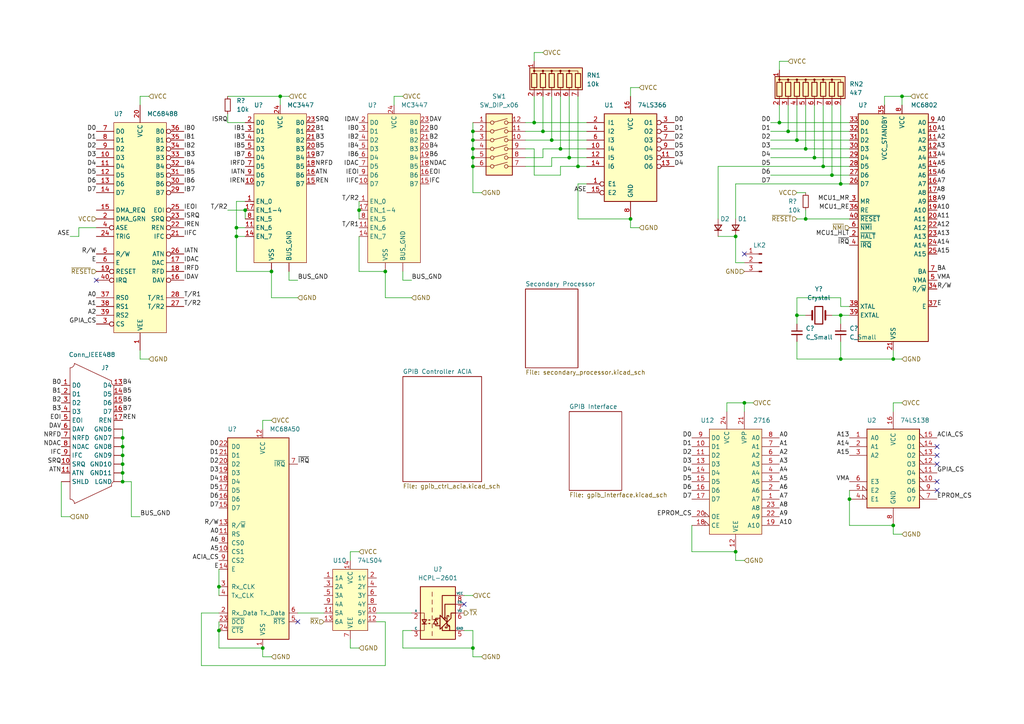
<source format=kicad_sch>
(kicad_sch (version 20211123) (generator eeschema)
  (paper "A4")
  (lib_symbols
    (symbol "74xx:74LS138" (pin_names (offset 1.016))
      (property "Reference" "U" (at -7.62 11.43 0))
      (property "Value" "74LS138" (at -7.62 -13.97 0))
      (symbol "74LS138_1_0"
        (pin input line (at -12.7 7.62 0) (length 5.08) (name "A0") (number "1"))
        (pin output output_low (at 12.7 -5.08 180) (length 5.08) (name "O5") (number "10"))
        (pin output output_low (at 12.7 -2.54 180) (length 5.08) (name "O4") (number "11"))
        (pin output output_low (at 12.7 0 180) (length 5.08) (name "O3") (number "12"))
        (pin output output_low (at 12.7 2.54 180) (length 5.08) (name "O2") (number "13"))
        (pin output output_low (at 12.7 5.08 180) (length 5.08) (name "O1") (number "14"))
        (pin output output_low (at 12.7 7.62 180) (length 5.08) (name "O0") (number "15"))
        (pin power_in line (at 0 15.24 270) (length 5.08) (name "VCC") (number "16"))
        (pin input line (at -12.7 5.08 0) (length 5.08) (name "A1") (number "2"))
        (pin input line (at -12.7 2.54 0) (length 5.08) (name "A2") (number "3"))
        (pin input input_low (at -12.7 -10.16 0) (length 5.08) (name "E1") (number "4"))
        (pin input input_low (at -12.7 -7.62 0) (length 5.08) (name "E2") (number "5"))
        (pin input line (at -12.7 -5.08 0) (length 5.08) (name "E3") (number "6"))
        (pin output output_low (at 12.7 -10.16 180) (length 5.08) (name "O7") (number "7"))
        (pin power_in line (at 0 -17.78 90) (length 5.08) (name "GND") (number "8"))
        (pin output output_low (at 12.7 -7.62 180) (length 5.08) (name "O6") (number "9"))
      )
    )
    (symbol "74xx:74LS366" (pin_names (offset 1.016))
      (property "Reference" "U" (at -7.62 13.97 0))
      (property "Value" "74LS366" (at -7.62 -13.97 0))
      (symbol "74LS366_1_0"
        (pin input inverted (at -12.7 -7.62 0) (length 5.08) (name "E1") (number "1"))
        (pin input line (at -12.7 2.54 0) (length 5.08) (name "I4") (number "10"))
        (pin tri_state inverted (at 12.7 0 180) (length 5.08) (name "O5") (number "11"))
        (pin input line (at -12.7 0 0) (length 5.08) (name "I5") (number "12"))
        (pin tri_state inverted (at 12.7 -2.54 180) (length 5.08) (name "O6") (number "13"))
        (pin input line (at -12.7 -2.54 0) (length 5.08) (name "I6") (number "14"))
        (pin input inverted (at -12.7 -10.16 0) (length 5.08) (name "E2") (number "15"))
        (pin power_in line (at 0 17.78 270) (length 5.08) (name "VCC") (number "16"))
        (pin input line (at -12.7 10.16 0) (length 5.08) (name "I1") (number "2"))
        (pin tri_state inverted (at 12.7 10.16 180) (length 5.08) (name "O1") (number "3"))
        (pin input line (at -12.7 7.62 0) (length 5.08) (name "I2") (number "4"))
        (pin tri_state inverted (at 12.7 7.62 180) (length 5.08) (name "O2") (number "5"))
        (pin input line (at -12.7 5.08 0) (length 5.08) (name "I3") (number "6"))
        (pin tri_state inverted (at 12.7 5.08 180) (length 5.08) (name "O3") (number "7"))
        (pin power_in line (at 0 -17.78 90) (length 5.08) (name "GND") (number "8"))
        (pin tri_state inverted (at 12.7 2.54 180) (length 5.08) (name "O4") (number "9"))
      )
    )
    (symbol "CPU_NXP_6800:MC6802"
      (property "Reference" "U" (at -8.89 34.29 0))
      (property "Value" "MC6802" (at 10.16 34.29 0))
      (symbol "MC6802_1_1"
        (pin passive line (at 0 -35.56 90) (length 2.54) hide (name "VSS") (number "1"))
        (pin output line (at 12.7 27.94 180) (length 2.54) (name "A1") (number "10"))
        (pin output line (at 12.7 25.4 180) (length 2.54) (name "A2") (number "11"))
        (pin output line (at 12.7 22.86 180) (length 2.54) (name "A3") (number "12"))
        (pin output line (at 12.7 20.32 180) (length 2.54) (name "A4") (number "13"))
        (pin output line (at 12.7 17.78 180) (length 2.54) (name "A5") (number "14"))
        (pin output line (at 12.7 15.24 180) (length 2.54) (name "A6") (number "15"))
        (pin output line (at 12.7 12.7 180) (length 2.54) (name "A7") (number "16"))
        (pin output line (at 12.7 10.16 180) (length 2.54) (name "A8") (number "17"))
        (pin output line (at 12.7 7.62 180) (length 2.54) (name "A9") (number "18"))
        (pin output line (at 12.7 5.08 180) (length 2.54) (name "A10") (number "19"))
        (pin input line (at -12.7 -2.54 0) (length 2.54) (name "~{HALT}") (number "2"))
        (pin output line (at 12.7 2.54 180) (length 2.54) (name "A11") (number "20"))
        (pin power_in line (at 0 -35.56 90) (length 2.54) (name "VSS") (number "21"))
        (pin output line (at 12.7 0 180) (length 2.54) (name "A12") (number "22"))
        (pin output line (at 12.7 -2.54 180) (length 2.54) (name "A13") (number "23"))
        (pin output line (at 12.7 -5.08 180) (length 2.54) (name "A14") (number "24"))
        (pin output line (at 12.7 -7.62 180) (length 2.54) (name "A15") (number "25"))
        (pin bidirectional line (at -12.7 12.7 0) (length 2.54) (name "D7") (number "26"))
        (pin bidirectional line (at -12.7 15.24 0) (length 2.54) (name "D6") (number "27"))
        (pin bidirectional line (at -12.7 17.78 0) (length 2.54) (name "D5") (number "28"))
        (pin bidirectional line (at -12.7 20.32 0) (length 2.54) (name "D4") (number "29"))
        (pin input line (at -12.7 7.62 0) (length 2.54) (name "MR") (number "3"))
        (pin bidirectional line (at -12.7 22.86 0) (length 2.54) (name "D3") (number "30"))
        (pin bidirectional line (at -12.7 25.4 0) (length 2.54) (name "D2") (number "31"))
        (pin bidirectional line (at -12.7 27.94 0) (length 2.54) (name "D1") (number "32"))
        (pin bidirectional line (at -12.7 30.48 0) (length 2.54) (name "D0") (number "33"))
        (pin output line (at 12.7 -17.78 180) (length 2.54) (name "R/~{W}") (number "34"))
        (pin power_in line (at -2.54 35.56 270) (length 2.54) (name "VCC_STANDBY") (number "35"))
        (pin input line (at -12.7 5.08 0) (length 2.54) (name "RE") (number "36"))
        (pin output line (at 12.7 -22.86 180) (length 2.54) (name "E") (number "37"))
        (pin passive line (at -12.7 -22.86 0) (length 2.54) (name "XTAL") (number "38"))
        (pin passive line (at -12.7 -25.4 0) (length 2.54) (name "EXTAL") (number "39"))
        (pin input line (at -12.7 -5.08 0) (length 2.54) (name "~{IRQ}") (number "4"))
        (pin input line (at -12.7 2.54 0) (length 2.54) (name "~{RESET}") (number "40"))
        (pin output line (at 12.7 -15.24 180) (length 2.54) (name "VMA") (number "5"))
        (pin input line (at -12.7 0 0) (length 2.54) (name "~{NMI}") (number "6"))
        (pin output line (at 12.7 -12.7 180) (length 2.54) (name "BA") (number "7"))
        (pin power_in line (at 2.54 35.56 270) (length 2.54) (name "VCC") (number "8"))
        (pin output line (at 12.7 30.48 180) (length 2.54) (name "A0") (number "9"))
      )
    )
    (symbol "Connector:Conn_01x03_Male" (pin_names (offset 1.016) hide)
      (property "Reference" "J" (at 0 5.08 0))
      (property "Value" "Conn_01x03_Male" (at 0 -5.08 0))
      (symbol "Conn_01x03_Male_1_1"
        (pin passive line (at 5.08 2.54 180) (length 3.81) (name "Pin_1") (number "1"))
        (pin passive line (at 5.08 0 180) (length 3.81) (name "Pin_2") (number "2"))
        (pin passive line (at 5.08 -2.54 180) (length 3.81) (name "Pin_3") (number "3"))
      )
    )
    (symbol "Custom:2716"
      (property "Reference" "U?" (at 0 0 0))
      (property "Value" "2716" (at 2.54 7.62 0))
      (symbol "2716_1_1"
        (pin input line (at 25.4 -22.86 180) (length 5.08) (name "A7") (number "1"))
        (pin input line (at 0 -7.62 0) (length 5.08) (name "D1") (number "10"))
        (pin input line (at 0 -10.16 0) (length 5.08) (name "D2") (number "11"))
        (pin input line (at 12.7 -38.1 90) (length 5.08) (name "VEE") (number "12"))
        (pin input line (at 0 -12.7 0) (length 5.08) (name "D3") (number "13"))
        (pin input line (at 0 -15.24 0) (length 5.08) (name "D4") (number "14"))
        (pin input line (at 0 -17.78 0) (length 5.08) (name "D5") (number "15"))
        (pin input line (at 0 -20.32 0) (length 5.08) (name "D6") (number "16"))
        (pin input line (at 0 -22.86 0) (length 5.08) (name "D7") (number "17"))
        (pin input input_low (at 0 -30.48 0) (length 5.08) (name "CE") (number "18"))
        (pin input line (at 25.4 -30.48 180) (length 5.08) (name "A10") (number "19"))
        (pin input line (at 25.4 -20.32 180) (length 5.08) (name "A6") (number "2"))
        (pin input input_low (at 0 -27.94 0) (length 5.08) (name "OE") (number "20"))
        (pin input line (at 15.24 2.54 270) (length 5.08) (name "VPP") (number "21"))
        (pin input line (at 25.4 -27.94 180) (length 5.08) (name "A9") (number "22"))
        (pin input line (at 25.4 -25.4 180) (length 5.08) (name "A8") (number "23"))
        (pin input line (at 10.16 2.54 270) (length 5.08) (name "VCC") (number "24"))
        (pin input line (at 25.4 -17.78 180) (length 5.08) (name "A5") (number "3"))
        (pin input line (at 25.4 -15.24 180) (length 5.08) (name "A4") (number "4"))
        (pin input line (at 25.4 -12.7 180) (length 5.08) (name "A3") (number "5"))
        (pin input line (at 25.4 -10.16 180) (length 5.08) (name "A2") (number "6"))
        (pin input line (at 25.4 -7.62 180) (length 5.08) (name "A1") (number "7"))
        (pin input line (at 25.4 -5.08 180) (length 5.08) (name "A0") (number "8"))
        (pin input line (at 0 -5.08 0) (length 5.08) (name "D0") (number "9"))
      )
    )
    (symbol "Custom:74LS04"
      (property "Reference" "U" (at 0 0 0))
      (property "Value" "74LS04" (at 10.16 0 0))
      (symbol "74LS04_1_1"
        (pin input line (at -2.54 -5.08 0) (length 2.54) (name "1A") (number "1"))
        (pin input line (at 12.7 -15.24 180) (length 2.54) (name "5Y") (number "10"))
        (pin input line (at -2.54 -15.24 0) (length 2.54) (name "5A") (number "11"))
        (pin input line (at 12.7 -17.78 180) (length 2.54) (name "6Y") (number "12"))
        (pin input line (at -2.54 -17.78 0) (length 2.54) (name "6A") (number "13"))
        (pin input line (at 5.08 0 270) (length 2.54) (name "VCC") (number "14"))
        (pin input line (at 12.7 -5.08 180) (length 2.54) (name "1Y") (number "2"))
        (pin input line (at -2.54 -7.62 0) (length 2.54) (name "2A") (number "3"))
        (pin input line (at 12.7 -7.62 180) (length 2.54) (name "2Y") (number "4"))
        (pin input line (at -2.54 -10.16 0) (length 2.54) (name "3A") (number "5"))
        (pin input line (at 12.7 -10.16 180) (length 2.54) (name "3Y") (number "6"))
        (pin input line (at 5.08 -22.86 90) (length 2.54) (name "VEE") (number "7"))
        (pin input line (at 12.7 -12.7 180) (length 2.54) (name "4Y") (number "8"))
        (pin input line (at -2.54 -12.7 0) (length 2.54) (name "4A") (number "9"))
      )
    )
    (symbol "Custom:Conn_IEEE488"
      (property "Reference" "J?" (at -10.16 -2.54 0))
      (property "Value" "Conn_IEEE488" (at -12.7 2.54 0))
      (symbol "Conn_IEEE488_1_1"
        (pin input line (at 17.78 -27.94 180) (length 2.54) (name "GND10") (number ""))
        (pin input line (at 17.78 -30.48 180) (length 2.54) (name "GND11") (number ""))
        (pin input line (at 17.78 -17.78 180) (length 2.54) (name "GND6") (number ""))
        (pin input line (at 17.78 -20.32 180) (length 2.54) (name "GND7") (number ""))
        (pin input line (at 17.78 -22.86 180) (length 2.54) (name "GND8") (number ""))
        (pin input line (at 17.78 -25.4 180) (length 2.54) (name "GND9") (number ""))
        (pin input line (at 17.78 -33.02 180) (length 2.54) (name "LGND") (number ""))
        (pin input line (at 0 -33.02 0) (length 2.54) (name "SHLD") (number ""))
        (pin input line (at 0 -5.08 0) (length 2.54) (name "D0") (number "1"))
        (pin input line (at 0 -27.94 0) (length 2.54) (name "SRQ") (number "10"))
        (pin input line (at 0 -30.48 0) (length 2.54) (name "ATN") (number "11"))
        (pin input line (at 17.78 -5.08 180) (length 2.54) (name "D4") (number "13"))
        (pin input line (at 17.78 -7.62 180) (length 2.54) (name "D5") (number "14"))
        (pin input line (at 17.78 -10.16 180) (length 2.54) (name "D6") (number "15"))
        (pin input line (at 17.78 -12.7 180) (length 2.54) (name "D7") (number "16"))
        (pin input line (at 17.78 -15.24 180) (length 2.54) (name "REN") (number "17"))
        (pin input line (at 0 -7.62 0) (length 2.54) (name "D1") (number "2"))
        (pin input line (at 0 -10.16 0) (length 2.54) (name "D2") (number "3"))
        (pin input line (at 0 -12.7 0) (length 2.54) (name "D3") (number "4"))
        (pin input line (at 0 -15.24 0) (length 2.54) (name "EOI") (number "5"))
        (pin input line (at 0 -17.78 0) (length 2.54) (name "DAV") (number "6"))
        (pin input line (at 0 -20.32 0) (length 2.54) (name "NRFD") (number "7"))
        (pin input line (at 0 -22.86 0) (length 2.54) (name "NDAC") (number "8"))
        (pin input line (at 0 -25.4 0) (length 2.54) (name "IFC") (number "9"))
      )
    )
    (symbol "Custom:MC3447"
      (property "Reference" "U?" (at 12.7 0 0))
      (property "Value" "MC3447" (at 2.54 0 0))
      (symbol "MC3447_1_1"
        (pin input line (at 10.16 -48.26 90) (length 2.54) (name "BUS_GND") (number ""))
        (pin input line (at 5.08 -48.26 90) (length 2.54) (name "VSS") (number ""))
        (pin input line (at -2.54 -27.94 0) (length 2.54) (name "EN_0") (number "1"))
        (pin input line (at -2.54 -22.86 0) (length 2.54) (name "D7") (number "10"))
        (pin input line (at -2.54 -35.56 0) (length 2.54) (name "EN_6") (number "11"))
        (pin input line (at -2.54 -38.1 0) (length 2.54) (name "EN_7") (number "14"))
        (pin input line (at 17.78 -22.86 180) (length 2.54) (name "B7") (number "15"))
        (pin input line (at 17.78 -20.32 180) (length 2.54) (name "B6") (number "16"))
        (pin input line (at -2.54 -30.48 0) (length 2.54) (name "EN_1-4") (number "17"))
        (pin input line (at 17.78 -17.78 180) (length 2.54) (name "B5") (number "18"))
        (pin input line (at 17.78 -15.24 180) (length 2.54) (name "B4") (number "19"))
        (pin input line (at -2.54 -5.08 0) (length 2.54) (name "D0") (number "2"))
        (pin input line (at 17.78 -12.7 180) (length 2.54) (name "B3") (number "20"))
        (pin input line (at 17.78 -10.16 180) (length 2.54) (name "B2") (number "21"))
        (pin input line (at 17.78 -7.62 180) (length 2.54) (name "B1") (number "22"))
        (pin input line (at 17.78 -5.08 180) (length 2.54) (name "B0") (number "23"))
        (pin input line (at 7.62 0 270) (length 2.54) (name "VCC") (number "24"))
        (pin input line (at -2.54 -7.62 0) (length 2.54) (name "D1") (number "3"))
        (pin input line (at -2.54 -10.16 0) (length 2.54) (name "D2") (number "4"))
        (pin input line (at -2.54 -12.7 0) (length 2.54) (name "D3") (number "5"))
        (pin input line (at -2.54 -15.24 0) (length 2.54) (name "D4") (number "6"))
        (pin input line (at -2.54 -17.78 0) (length 2.54) (name "D5") (number "7"))
        (pin input line (at -2.54 -33.02 0) (length 2.54) (name "EN_5") (number "8"))
        (pin input line (at -2.54 -20.32 0) (length 2.54) (name "D6") (number "9"))
      )
    )
    (symbol "Custom:MC68488"
      (property "Reference" "U?" (at 12.7 0 0))
      (property "Value" "MC68488" (at 0 0 0))
      (symbol "MC68488_1_1"
        (pin input line (at 7.62 -68.58 90) (length 5.08) (name "VEE") (number "1"))
        (pin input line (at -5.08 -12.7 0) (length 5.08) (name "D3") (number "10"))
        (pin input line (at -5.08 -15.24 0) (length 5.08) (name "D4") (number "11"))
        (pin input line (at -5.08 -17.78 0) (length 5.08) (name "D5") (number "12"))
        (pin input line (at -5.08 -20.32 0) (length 5.08) (name "D6") (number "13"))
        (pin input line (at -5.08 -22.86 0) (length 5.08) (name "D7") (number "14"))
        (pin input line (at -5.08 -27.94 0) (length 5.08) (name "DMA_REQ") (number "15"))
        (pin input inverted (at 20.32 -48.26 180) (length 5.08) (name "DAV") (number "16"))
        (pin input line (at 20.32 -43.18 180) (length 5.08) (name "DAC") (number "17"))
        (pin input line (at 20.32 -45.72 180) (length 5.08) (name "RFD") (number "18"))
        (pin input inverted (at -5.08 -45.72 0) (length 5.08) (name "RESET") (number "19"))
        (pin input line (at -5.08 -30.48 0) (length 5.08) (name "DMA_GRN") (number "2"))
        (pin input line (at 7.62 2.54 270) (length 5.08) (name "VCC") (number "20"))
        (pin input inverted (at 20.32 -35.56 180) (length 5.08) (name "IFC") (number "21"))
        (pin input inverted (at 20.32 -33.02 180) (length 5.08) (name "REN") (number "22"))
        (pin input inverted (at 20.32 -30.48 180) (length 5.08) (name "SRQ") (number "23"))
        (pin input line (at -5.08 -35.56 0) (length 5.08) (name "TRIG") (number "24"))
        (pin input inverted (at 20.32 -27.94 180) (length 5.08) (name "EOI") (number "25"))
        (pin input inverted (at 20.32 -40.64 180) (length 5.08) (name "ATN") (number "26"))
        (pin input line (at 20.32 -55.88 180) (length 5.08) (name "T/R2") (number "27"))
        (pin input line (at 20.32 -53.34 180) (length 5.08) (name "T/R1") (number "28"))
        (pin input inverted (at 20.32 -22.86 180) (length 5.08) (name "B7") (number "29"))
        (pin input inverted (at -5.08 -60.96 0) (length 5.08) (name "CS") (number "3"))
        (pin input inverted (at 20.32 -20.32 180) (length 5.08) (name "B6") (number "30"))
        (pin input inverted (at 20.32 -17.78 180) (length 5.08) (name "B5") (number "31"))
        (pin input inverted (at 20.32 -15.24 180) (length 5.08) (name "B4") (number "32"))
        (pin input inverted (at 20.32 -12.7 180) (length 5.08) (name "B3") (number "33"))
        (pin input inverted (at 20.32 -10.16 180) (length 5.08) (name "B2") (number "34"))
        (pin input inverted (at 20.32 -7.62 180) (length 5.08) (name "B1") (number "35"))
        (pin input inverted (at 20.32 -5.08 180) (length 5.08) (name "B0") (number "36"))
        (pin input line (at -5.08 -53.34 0) (length 5.08) (name "RS0") (number "37"))
        (pin input line (at -5.08 -55.88 0) (length 5.08) (name "RS1") (number "38"))
        (pin input line (at -5.08 -58.42 0) (length 5.08) (name "RS2") (number "39"))
        (pin input inverted (at -5.08 -33.02 0) (length 5.08) (name "ASE") (number "4"))
        (pin input inverted (at -5.08 -48.26 0) (length 5.08) (name "IRQ") (number "40"))
        (pin input line (at -5.08 -40.64 0) (length 5.08) (name "R/W") (number "5"))
        (pin input line (at -5.08 -43.18 0) (length 5.08) (name "E") (number "6"))
        (pin input line (at -5.08 -5.08 0) (length 5.08) (name "D0") (number "7"))
        (pin input line (at -5.08 -7.62 0) (length 5.08) (name "D1") (number "8"))
        (pin input line (at -5.08 -10.16 0) (length 5.08) (name "D2") (number "9"))
      )
    )
    (symbol "Device:C_Small" (pin_numbers hide) (pin_names (offset 0.254) hide)
      (property "Reference" "C" (at 0.254 1.778 0))
      (property "Value" "C_Small" (at 0.254 -2.032 0))
      (symbol "C_Small_1_1"
        (pin passive line (at 0 2.54 270) (length 2.032) (name "~") (number "1"))
        (pin passive line (at 0 -2.54 90) (length 2.032) (name "~") (number "2"))
      )
    )
    (symbol "Device:Crystal" (pin_numbers hide) (pin_names (offset 1.016) hide)
      (property "Reference" "Y" (at 0 3.81 0))
      (property "Value" "Crystal" (at 0 -3.81 0))
      (symbol "Crystal_1_1"
        (pin passive line (at -3.81 0 0) (length 1.27) (name "1") (number "1"))
        (pin passive line (at 3.81 0 180) (length 1.27) (name "2") (number "2"))
      )
    )
    (symbol "Device:D_Small" (pin_numbers hide) (pin_names (offset 0.254) hide)
      (property "Reference" "D" (at -1.27 2.032 0))
      (property "Value" "D_Small" (at -3.81 -2.032 0))
      (symbol "D_Small_1_1"
        (pin passive line (at -2.54 0 0) (length 1.778) (name "K") (number "1"))
        (pin passive line (at 2.54 0 180) (length 1.778) (name "A") (number "2"))
      )
    )
    (symbol "Device:R_Network06" (pin_names (offset 0) hide)
      (property "Reference" "RN" (at -10.16 0 90))
      (property "Value" "R_Network06" (at 7.62 0 90))
      (symbol "R_Network06_1_1"
        (pin passive line (at -7.62 5.08 270) (length 2.54) (name "common") (number "1"))
        (pin passive line (at -7.62 -5.08 90) (length 1.27) (name "R1") (number "2"))
        (pin passive line (at -5.08 -5.08 90) (length 1.27) (name "R2") (number "3"))
        (pin passive line (at -2.54 -5.08 90) (length 1.27) (name "R3") (number "4"))
        (pin passive line (at 0 -5.08 90) (length 1.27) (name "R4") (number "5"))
        (pin passive line (at 2.54 -5.08 90) (length 1.27) (name "R5") (number "6"))
        (pin passive line (at 5.08 -5.08 90) (length 1.27) (name "R6") (number "7"))
      )
    )
    (symbol "Device:R_Network08" (pin_names (offset 0) hide)
      (property "Reference" "RN" (at -12.7 0 90))
      (property "Value" "R_Network08" (at 10.16 0 90))
      (symbol "R_Network08_1_1"
        (pin passive line (at -10.16 5.08 270) (length 2.54) (name "common") (number "1"))
        (pin passive line (at -10.16 -5.08 90) (length 1.27) (name "R1") (number "2"))
        (pin passive line (at -7.62 -5.08 90) (length 1.27) (name "R2") (number "3"))
        (pin passive line (at -5.08 -5.08 90) (length 1.27) (name "R3") (number "4"))
        (pin passive line (at -2.54 -5.08 90) (length 1.27) (name "R4") (number "5"))
        (pin passive line (at 0 -5.08 90) (length 1.27) (name "R5") (number "6"))
        (pin passive line (at 2.54 -5.08 90) (length 1.27) (name "R6") (number "7"))
        (pin passive line (at 5.08 -5.08 90) (length 1.27) (name "R7") (number "8"))
        (pin passive line (at 7.62 -5.08 90) (length 1.27) (name "R8") (number "9"))
      )
    )
    (symbol "Device:R_Small" (pin_numbers hide) (pin_names (offset 0.254) hide)
      (property "Reference" "R" (at 0.762 0.508 0))
      (property "Value" "R_Small" (at 0.762 -1.016 0))
      (symbol "R_Small_1_1"
        (pin passive line (at 0 2.54 270) (length 0.762) (name "~") (number "1"))
        (pin passive line (at 0 -2.54 90) (length 0.762) (name "~") (number "2"))
      )
    )
    (symbol "Interface_UART:MC68A50" (pin_names (offset 1.016))
      (property "Reference" "U" (at -7.366 31.75 0))
      (property "Value" "MC68A50" (at 10.414 31.75 0))
      (symbol "MC68A50_1_1"
        (pin power_in line (at 0 -30.48 90) (length 2.54) (name "VSS") (number "1"))
        (pin input line (at -12.7 -2.54 0) (length 2.54) (name "CS1") (number "10"))
        (pin input line (at -12.7 2.54 0) (length 2.54) (name "RS") (number "11"))
        (pin power_in line (at 0 33.02 270) (length 2.54) (name "VCC") (number "12"))
        (pin input line (at -12.7 5.08 0) (length 2.54) (name "R/~{W}") (number "13"))
        (pin input line (at -12.7 -7.62 0) (length 2.54) (name "E") (number "14"))
        (pin bidirectional line (at -12.7 10.16 0) (length 2.54) (name "D7") (number "15"))
        (pin bidirectional line (at -12.7 12.7 0) (length 2.54) (name "D6") (number "16"))
        (pin bidirectional line (at -12.7 15.24 0) (length 2.54) (name "D5") (number "17"))
        (pin bidirectional line (at -12.7 17.78 0) (length 2.54) (name "D4") (number "18"))
        (pin bidirectional line (at -12.7 20.32 0) (length 2.54) (name "D3") (number "19"))
        (pin input line (at -12.7 -20.32 0) (length 2.54) (name "Rx_Data") (number "2"))
        (pin bidirectional line (at -12.7 22.86 0) (length 2.54) (name "D2") (number "20"))
        (pin bidirectional line (at -12.7 25.4 0) (length 2.54) (name "D1") (number "21"))
        (pin bidirectional line (at -12.7 27.94 0) (length 2.54) (name "D0") (number "22"))
        (pin input line (at -12.7 -22.86 0) (length 2.54) (name "~{DCD}") (number "23"))
        (pin input line (at -12.7 -25.4 0) (length 2.54) (name "~{CTS}") (number "24"))
        (pin input line (at -12.7 -12.7 0) (length 2.54) (name "Rx_CLK") (number "3"))
        (pin input line (at -12.7 -15.24 0) (length 2.54) (name "Tx_CLK") (number "4"))
        (pin output line (at 10.16 -22.86 180) (length 2.54) (name "~{RTS}") (number "5"))
        (pin output line (at 10.16 -20.32 180) (length 2.54) (name "Tx_Data") (number "6"))
        (pin output line (at 10.16 22.86 180) (length 2.54) (name "~{IRQ}") (number "7"))
        (pin input line (at -12.7 0 0) (length 2.54) (name "CS0") (number "8"))
        (pin input line (at -12.7 -5.08 0) (length 2.54) (name "CS2") (number "9"))
      )
    )
    (symbol "Isolator:HCPL-2601" (pin_names (offset 0))
      (property "Reference" "U" (at -4.064 8.89 0))
      (property "Value" "HCPL-2601" (at 0 -8.89 0))
      (symbol "HCPL-2601_1_1"
        (pin no_connect line (at -5.08 5.08 0) (length 2.54) hide (name "NC") (number "1"))
        (pin passive line (at -7.62 0 0) (length 2.54) (name "A") (number "2"))
        (pin passive line (at -7.62 -5.08 0) (length 2.54) (name "C") (number "3"))
        (pin power_in line (at 7.62 -5.08 180) (length 2.54) (name "GND") (number "5"))
        (pin open_collector line (at 7.62 0 180) (length 2.54) (name "VO") (number "6"))
        (pin input line (at 7.62 2.54 180) (length 2.54) (name "EN") (number "7"))
        (pin power_in line (at 7.62 5.08 180) (length 2.54) (name "VCC") (number "8"))
      )
    )
    (symbol "Switch:SW_DIP_x06" (pin_names (offset 0) hide)
      (property "Reference" "SW" (at 0 11.43 0))
      (property "Value" "SW_DIP_x06" (at 0 -8.89 0))
      (symbol "SW_DIP_x06_1_1"
        (pin passive line (at -7.62 7.62 0) (length 5.08) (name "~") (number "1"))
        (pin passive line (at 7.62 2.54 180) (length 5.08) (name "~") (number "10"))
        (pin passive line (at 7.62 5.08 180) (length 5.08) (name "~") (number "11"))
        (pin passive line (at 7.62 7.62 180) (length 5.08) (name "~") (number "12"))
        (pin passive line (at -7.62 5.08 0) (length 5.08) (name "~") (number "2"))
        (pin passive line (at -7.62 2.54 0) (length 5.08) (name "~") (number "3"))
        (pin passive line (at -7.62 0 0) (length 5.08) (name "~") (number "4"))
        (pin passive line (at -7.62 -2.54 0) (length 5.08) (name "~") (number "5"))
        (pin passive line (at -7.62 -5.08 0) (length 5.08) (name "~") (number "6"))
        (pin passive line (at 7.62 -5.08 180) (length 5.08) (name "~") (number "7"))
        (pin passive line (at 7.62 -2.54 180) (length 5.08) (name "~") (number "8"))
        (pin passive line (at 7.62 0 180) (length 5.08) (name "~") (number "9"))
      )
    )
  )
  (junction (at 35.56 127))
  (junction (at 261.62 27.94))
  (junction (at 213.36 160.02))
  (junction (at 259.08 152.4))
  (junction (at 137.16 38.1))
  (junction (at 111.76 78.74))
  (junction (at 259.08 104.14))
  (junction (at 68.58 66.04))
  (junction (at 63.5 170.18))
  (junction (at 162.56 43.18))
  (junction (at 137.16 40.64))
  (junction (at 71.12 60.96))
  (junction (at 165.1 45.72))
  (junction (at 233.68 43.18))
  (junction (at 104.14 60.96))
  (junction (at 243.84 91.44))
  (junction (at 81.28 27.94))
  (junction (at 246.38 144.78))
  (junction (at 215.9 116.84))
  (junction (at 137.16 187.96))
  (junction (at 63.5 182.88))
  (junction (at 157.48 38.1))
  (junction (at 213.36 68.58))
  (junction (at 137.16 48.26))
  (junction (at 35.56 137.16))
  (junction (at 182.88 63.5))
  (junction (at 35.56 134.62))
  (junction (at 231.14 91.44))
  (junction (at 236.22 45.72))
  (junction (at 241.3 50.8))
  (junction (at 167.64 48.26))
  (junction (at 137.16 45.72))
  (junction (at 233.68 63.5))
  (junction (at 228.6 38.1))
  (junction (at 160.02 40.64))
  (junction (at 238.76 48.26))
  (junction (at 35.56 139.7))
  (junction (at 76.2 187.96))
  (junction (at 78.74 78.74))
  (junction (at 35.56 129.54))
  (junction (at 137.16 43.18))
  (junction (at 68.58 68.58))
  (junction (at 154.94 35.56))
  (junction (at 243.84 53.34))
  (junction (at 231.14 40.64))
  (junction (at 35.56 132.08))
  (junction (at 243.84 104.14))
  (junction (at 226.06 35.56))
  (no_connect (at 86.36 180.34))
  (no_connect (at 215.9 73.66))
  (no_connect (at 27.94 81.28))
  (no_connect (at 271.78 129.54))
  (no_connect (at 271.78 139.7))
  (no_connect (at 134.62 175.26))
  (no_connect (at 271.78 132.08))
  (no_connect (at 271.78 134.62))
  (no_connect (at 271.78 142.24))
  (wire (pts (xy 35.56 137.16) (xy 35.56 139.7)))
  (wire (pts (xy 119.38 86.36) (xy 111.76 86.36)))
  (wire (pts (xy 71.12 60.96) (xy 71.12 63.5)))
  (wire (pts (xy 152.4 38.1) (xy 157.48 38.1)))
  (wire (pts (xy 104.14 68.58) (xy 104.14 78.74)))
  (wire (pts (xy 35.56 127) (xy 35.56 129.54)))
  (wire (pts (xy 43.18 27.94) (xy 40.64 27.94)))
  (wire (pts (xy 63.5 165.1) (xy 63.5 170.18)))
  (wire (pts (xy 261.62 27.94) (xy 261.62 30.48)))
  (wire (pts (xy 165.1 45.72) (xy 170.18 45.72)))
  (wire (pts (xy 109.22 177.8) (xy 119.38 177.8)))
  (wire (pts (xy 22.86 68.58) (xy 22.86 66.04)))
  (wire (pts (xy 261.62 104.14) (xy 259.08 104.14)))
  (wire (pts (xy 40.64 101.6) (xy 40.64 104.14)))
  (wire (pts (xy 231.14 40.64) (xy 246.38 40.64)))
  (wire (pts (xy 63.5 170.18) (xy 63.5 172.72)))
  (wire (pts (xy 154.94 15.24) (xy 154.94 17.78)))
  (wire (pts (xy 35.56 134.62) (xy 35.56 137.16)))
  (wire (pts (xy 185.42 25.4) (xy 182.88 25.4)))
  (wire (pts (xy 213.36 68.58) (xy 213.36 76.2)))
  (wire (pts (xy 167.64 63.5) (xy 182.88 63.5)))
  (wire (pts (xy 223.52 38.1) (xy 228.6 38.1)))
  (wire (pts (xy 104.14 187.96) (xy 101.6 187.96)))
  (wire (pts (xy 137.16 40.64) (xy 137.16 43.18)))
  (wire (pts (xy 58.42 193.04) (xy 58.42 177.8)))
  (wire (pts (xy 154.94 35.56) (xy 170.18 35.56)))
  (wire (pts (xy 231.14 30.48) (xy 231.14 40.64)))
  (wire (pts (xy 68.58 66.04) (xy 71.12 66.04)))
  (wire (pts (xy 210.82 116.84) (xy 210.82 119.38)))
  (wire (pts (xy 78.74 78.74) (xy 78.74 86.36)))
  (wire (pts (xy 119.38 182.88) (xy 116.84 182.88)))
  (wire (pts (xy 226.06 17.78) (xy 226.06 20.32)))
  (wire (pts (xy 114.3 27.94) (xy 114.3 30.48)))
  (wire (pts (xy 243.84 88.9) (xy 246.38 88.9)))
  (wire (pts (xy 86.36 86.36) (xy 78.74 86.36)))
  (wire (pts (xy 160.02 48.26) (xy 160.02 45.72)))
  (wire (pts (xy 213.36 53.34) (xy 213.36 63.5)))
  (wire (pts (xy 81.28 27.94) (xy 81.28 30.48)))
  (wire (pts (xy 167.64 27.94) (xy 167.64 48.26)))
  (wire (pts (xy 162.56 50.8) (xy 162.56 48.26)))
  (wire (pts (xy 259.08 104.14) (xy 243.84 104.14)))
  (wire (pts (xy 208.28 48.26) (xy 208.28 63.5)))
  (wire (pts (xy 152.4 45.72) (xy 157.48 45.72)))
  (wire (pts (xy 243.84 30.48) (xy 243.84 53.34)))
  (wire (pts (xy 20.32 68.58) (xy 22.86 68.58)))
  (wire (pts (xy 243.84 99.06) (xy 243.84 104.14)))
  (wire (pts (xy 170.18 53.34) (xy 167.64 53.34)))
  (wire (pts (xy 66.04 33.02) (xy 66.04 35.56)))
  (wire (pts (xy 264.16 27.94) (xy 261.62 27.94)))
  (wire (pts (xy 152.4 35.56) (xy 154.94 35.56)))
  (wire (pts (xy 17.78 139.7) (xy 17.78 149.86)))
  (wire (pts (xy 236.22 30.48) (xy 236.22 45.72)))
  (wire (pts (xy 58.42 177.8) (xy 63.5 177.8)))
  (wire (pts (xy 233.68 60.96) (xy 233.68 63.5)))
  (wire (pts (xy 78.74 121.92) (xy 76.2 121.92)))
  (wire (pts (xy 134.62 172.72) (xy 137.16 172.72)))
  (wire (pts (xy 162.56 48.26) (xy 167.64 48.26)))
  (wire (pts (xy 241.3 50.8) (xy 246.38 50.8)))
  (wire (pts (xy 40.64 149.86) (xy 38.1 149.86)))
  (wire (pts (xy 215.9 116.84) (xy 210.82 116.84)))
  (wire (pts (xy 104.14 160.02) (xy 101.6 160.02)))
  (wire (pts (xy 223.52 45.72) (xy 236.22 45.72)))
  (wire (pts (xy 137.16 187.96) (xy 137.16 190.5)))
  (wire (pts (xy 226.06 30.48) (xy 226.06 35.56)))
  (wire (pts (xy 104.14 78.74) (xy 111.76 78.74)))
  (wire (pts (xy 160.02 27.94) (xy 160.02 40.64)))
  (wire (pts (xy 86.36 81.28) (xy 83.82 81.28)))
  (wire (pts (xy 86.36 177.8) (xy 93.98 177.8)))
  (wire (pts (xy 109.22 180.34) (xy 111.76 180.34)))
  (wire (pts (xy 152.4 48.26) (xy 160.02 48.26)))
  (wire (pts (xy 35.56 124.46) (xy 35.56 127)))
  (wire (pts (xy 137.16 38.1) (xy 137.16 40.64)))
  (wire (pts (xy 215.9 76.2) (xy 213.36 76.2)))
  (wire (pts (xy 137.16 35.56) (xy 137.16 38.1)))
  (wire (pts (xy 185.42 66.04) (xy 182.88 66.04)))
  (wire (pts (xy 101.6 160.02) (xy 101.6 162.56)))
  (wire (pts (xy 167.64 48.26) (xy 170.18 48.26)))
  (wire (pts (xy 101.6 185.42) (xy 101.6 187.96)))
  (wire (pts (xy 243.84 91.44) (xy 243.84 93.98)))
  (wire (pts (xy 231.14 86.36) (xy 243.84 86.36)))
  (wire (pts (xy 256.54 27.94) (xy 256.54 30.48)))
  (wire (pts (xy 162.56 43.18) (xy 170.18 43.18)))
  (wire (pts (xy 243.84 53.34) (xy 246.38 53.34)))
  (wire (pts (xy 68.58 66.04) (xy 68.58 68.58)))
  (wire (pts (xy 111.76 78.74) (xy 111.76 86.36)))
  (wire (pts (xy 116.84 182.88) (xy 116.84 187.96)))
  (wire (pts (xy 157.48 15.24) (xy 154.94 15.24)))
  (wire (pts (xy 233.68 91.44) (xy 231.14 91.44)))
  (wire (pts (xy 157.48 45.72) (xy 157.48 43.18)))
  (wire (pts (xy 157.48 27.94) (xy 157.48 38.1)))
  (wire (pts (xy 157.48 43.18) (xy 162.56 43.18)))
  (wire (pts (xy 63.5 180.34) (xy 63.5 182.88)))
  (wire (pts (xy 261.62 27.94) (xy 256.54 27.94)))
  (wire (pts (xy 104.14 58.42) (xy 104.14 60.96)))
  (wire (pts (xy 111.76 193.04) (xy 58.42 193.04)))
  (wire (pts (xy 83.82 27.94) (xy 81.28 27.94)))
  (wire (pts (xy 261.62 116.84) (xy 259.08 116.84)))
  (wire (pts (xy 246.38 142.24) (xy 246.38 144.78)))
  (wire (pts (xy 231.14 63.5) (xy 233.68 63.5)))
  (wire (pts (xy 139.7 55.88) (xy 137.16 55.88)))
  (wire (pts (xy 83.82 78.74) (xy 83.82 81.28)))
  (wire (pts (xy 104.14 60.96) (xy 104.14 63.5)))
  (wire (pts (xy 228.6 17.78) (xy 226.06 17.78)))
  (wire (pts (xy 137.16 43.18) (xy 137.16 45.72)))
  (wire (pts (xy 111.76 180.34) (xy 111.76 193.04)))
  (wire (pts (xy 223.52 40.64) (xy 231.14 40.64)))
  (wire (pts (xy 137.16 45.72) (xy 137.16 48.26)))
  (wire (pts (xy 38.1 139.7) (xy 38.1 149.86)))
  (wire (pts (xy 160.02 45.72) (xy 165.1 45.72)))
  (wire (pts (xy 66.04 27.94) (xy 81.28 27.94)))
  (wire (pts (xy 233.68 43.18) (xy 246.38 43.18)))
  (wire (pts (xy 243.84 86.36) (xy 243.84 88.9)))
  (wire (pts (xy 22.86 66.04) (xy 27.94 66.04)))
  (wire (pts (xy 76.2 187.96) (xy 76.2 190.5)))
  (wire (pts (xy 154.94 50.8) (xy 162.56 50.8)))
  (wire (pts (xy 241.3 91.44) (xy 243.84 91.44)))
  (wire (pts (xy 137.16 187.96) (xy 116.84 187.96)))
  (wire (pts (xy 35.56 129.54) (xy 35.56 132.08)))
  (wire (pts (xy 228.6 30.48) (xy 228.6 38.1)))
  (wire (pts (xy 231.14 99.06) (xy 231.14 104.14)))
  (wire (pts (xy 116.84 27.94) (xy 114.3 27.94)))
  (wire (pts (xy 160.02 40.64) (xy 170.18 40.64)))
  (wire (pts (xy 63.5 187.96) (xy 76.2 187.96)))
  (wire (pts (xy 231.14 86.36) (xy 231.14 91.44)))
  (wire (pts (xy 231.14 91.44) (xy 231.14 93.98)))
  (wire (pts (xy 233.68 30.48) (xy 233.68 43.18)))
  (wire (pts (xy 40.64 27.94) (xy 40.64 30.48)))
  (wire (pts (xy 259.08 152.4) (xy 259.08 154.94)))
  (wire (pts (xy 213.36 160.02) (xy 213.36 162.56)))
  (wire (pts (xy 231.14 55.88) (xy 233.68 55.88)))
  (wire (pts (xy 68.58 68.58) (xy 71.12 68.58)))
  (wire (pts (xy 246.38 144.78) (xy 246.38 152.4)))
  (wire (pts (xy 66.04 60.96) (xy 71.12 60.96)))
  (wire (pts (xy 243.84 91.44) (xy 246.38 91.44)))
  (wire (pts (xy 137.16 182.88) (xy 137.16 187.96)))
  (wire (pts (xy 236.22 45.72) (xy 246.38 45.72)))
  (wire (pts (xy 165.1 27.94) (xy 165.1 45.72)))
  (wire (pts (xy 68.58 58.42) (xy 68.58 66.04)))
  (wire (pts (xy 68.58 78.74) (xy 78.74 78.74)))
  (wire (pts (xy 71.12 58.42) (xy 68.58 58.42)))
  (wire (pts (xy 218.44 116.84) (xy 215.9 116.84)))
  (wire (pts (xy 208.28 48.26) (xy 238.76 48.26)))
  (wire (pts (xy 223.52 43.18) (xy 233.68 43.18)))
  (wire (pts (xy 154.94 43.18) (xy 154.94 50.8)))
  (wire (pts (xy 215.9 116.84) (xy 215.9 119.38)))
  (wire (pts (xy 154.94 27.94) (xy 154.94 35.56)))
  (wire (pts (xy 66.04 35.56) (xy 71.12 35.56)))
  (wire (pts (xy 35.56 139.7) (xy 38.1 139.7)))
  (wire (pts (xy 162.56 27.94) (xy 162.56 43.18)))
  (wire (pts (xy 223.52 35.56) (xy 226.06 35.56)))
  (wire (pts (xy 223.52 50.8) (xy 241.3 50.8)))
  (wire (pts (xy 200.66 152.4) (xy 200.66 160.02)))
  (wire (pts (xy 259.08 152.4) (xy 246.38 152.4)))
  (wire (pts (xy 119.38 81.28) (xy 116.84 81.28)))
  (wire (pts (xy 215.9 162.56) (xy 213.36 162.56)))
  (wire (pts (xy 226.06 35.56) (xy 246.38 35.56)))
  (wire (pts (xy 208.28 68.58) (xy 213.36 68.58)))
  (wire (pts (xy 152.4 43.18) (xy 154.94 43.18)))
  (wire (pts (xy 68.58 68.58) (xy 68.58 78.74)))
  (wire (pts (xy 238.76 30.48) (xy 238.76 48.26)))
  (wire (pts (xy 116.84 78.74) (xy 116.84 81.28)))
  (wire (pts (xy 157.48 38.1) (xy 170.18 38.1)))
  (wire (pts (xy 243.84 104.14) (xy 231.14 104.14)))
  (wire (pts (xy 139.7 190.5) (xy 137.16 190.5)))
  (wire (pts (xy 78.74 190.5) (xy 76.2 190.5)))
  (wire (pts (xy 152.4 40.64) (xy 160.02 40.64)))
  (wire (pts (xy 259.08 116.84) (xy 259.08 119.38)))
  (wire (pts (xy 241.3 30.48) (xy 241.3 50.8)))
  (wire (pts (xy 137.16 48.26) (xy 137.16 55.88)))
  (wire (pts (xy 134.62 182.88) (xy 137.16 182.88)))
  (wire (pts (xy 76.2 121.92) (xy 76.2 124.46)))
  (wire (pts (xy 35.56 132.08) (xy 35.56 134.62)))
  (wire (pts (xy 43.18 104.14) (xy 40.64 104.14)))
  (wire (pts (xy 228.6 38.1) (xy 246.38 38.1)))
  (wire (pts (xy 259.08 101.6) (xy 259.08 104.14)))
  (wire (pts (xy 182.88 63.5) (xy 182.88 66.04)))
  (wire (pts (xy 20.32 149.86) (xy 17.78 149.86)))
  (wire (pts (xy 261.62 154.94) (xy 259.08 154.94)))
  (wire (pts (xy 213.36 53.34) (xy 243.84 53.34)))
  (wire (pts (xy 167.64 53.34) (xy 167.64 63.5)))
  (wire (pts (xy 213.36 160.02) (xy 200.66 160.02)))
  (wire (pts (xy 238.76 48.26) (xy 246.38 48.26)))
  (wire (pts (xy 182.88 25.4) (xy 182.88 27.94)))
  (wire (pts (xy 233.68 63.5) (xy 246.38 63.5)))
  (wire (pts (xy 63.5 182.88) (xy 63.5 187.96)))
  (label "IB2" (at 53.34 43.18 0))
  (label "D6" (at 27.94 53.34 180))
  (label "D7" (at 63.5 147.32 180))
  (label "D1" (at 27.94 40.64 180))
  (label "~{IRQ}" (at 246.38 71.12 180))
  (label "A2" (at 271.78 40.64 0))
  (label "A6" (at 226.06 142.24 0))
  (label "IDAV" (at 53.34 81.28 0))
  (label "B6" (at 124.46 45.72 0))
  (label "A9" (at 226.06 149.86 0))
  (label "A1" (at 271.78 38.1 0))
  (label "NDAC" (at 124.46 48.26 0))
  (label "A4" (at 271.78 45.72 0))
  (label "D1" (at 200.66 129.54 180))
  (label "D2" (at 200.66 132.08 180))
  (label "EOI" (at 17.78 121.92 180))
  (label "D5" (at 27.94 50.8 180))
  (label "MCU1_HLT" (at 246.38 68.58 180))
  (label "~{IRQ}" (at 86.36 134.62 0))
  (label "IB0" (at 53.34 38.1 0))
  (label "D4" (at 223.52 45.72 180))
  (label "B2" (at 17.78 116.84 180))
  (label "D7" (at 27.94 55.88 180))
  (label "REN" (at 35.56 121.92 0))
  (label "A3" (at 271.7069 43.18 0))
  (label "IREN" (at 71.12 53.34 180))
  (label "ISRQ" (at 66.04 35.56 180))
  (label "BUS_GND" (at 40.64 149.86 0))
  (label "D1" (at 63.5 132.08 180))
  (label "E" (at 271.78 88.9 0))
  (label "D4" (at 27.94 48.26 180))
  (label "IB5" (at 53.34 50.8 0))
  (label "GPIA_CS" (at 27.94 93.98 180))
  (label "IB0" (at 104.14 38.1 180))
  (label "A14" (at 271.78 71.12 0))
  (label "IATN" (at 71.12 50.8 180))
  (label "VMA" (at 271.78 81.28 0))
  (label "ACIA_CS" (at 271.78 127 0))
  (label "IREN" (at 53.34 66.04 0))
  (label "IB7" (at 53.34 55.88 0))
  (label "IB4" (at 53.34 48.26 0))
  (label "B0" (at 124.46 38.1 0))
  (label "IDAV" (at 104.14 35.56 180))
  (label "T{slash}R1" (at 53.34 86.36 0))
  (label "DAV" (at 124.46 35.56 0))
  (label "A2" (at 226.06 132.08 0))
  (label "A15" (at 271.78 73.66 0))
  (label "B3" (at 17.78 119.38 180))
  (label "B7" (at 91.44 45.72 0))
  (label "A15" (at 246.38 132.08 180))
  (label "IB4" (at 104.14 43.18 180))
  (label "T{slash}R2" (at 66.04 60.96 180))
  (label "A14" (at 246.38 129.54 180))
  (label "D6" (at 200.66 142.24 180))
  (label "D0" (at 195.58 35.56 0))
  (label "VMA" (at 246.38 139.7 180))
  (label "B2" (at 124.46 40.64 0))
  (label "A0" (at 63.5 154.94 180))
  (label "MCU1_RE" (at 246.38 60.96 180))
  (label "D2" (at 63.5 134.62 180))
  (label "A4" (at 226.06 137.16 0))
  (label "D7" (at 223.52 53.34 180))
  (label "D0" (at 63.5 129.54 180))
  (label "B5" (at 91.44 43.18 0))
  (label "A8" (at 226.06 147.32 0))
  (label "DAV" (at 17.78 124.46 180))
  (label "ACIA_CS" (at 63.5 162.56 180))
  (label "IFC" (at 17.78 132.08 180))
  (label "SRQ" (at 17.78 134.62 180))
  (label "D5" (at 63.5 142.24 180))
  (label "D4" (at 63.5 139.7 180))
  (label "D4" (at 200.66 137.16 180))
  (label "D5" (at 223.52 48.26 180))
  (label "D4" (at 195.58 48.26 0))
  (label "A8" (at 271.6727 55.88 0))
  (label "D1" (at 223.52 38.1 180))
  (label "B1" (at 17.78 114.3 180))
  (label "A13" (at 271.78 68.58 0))
  (label "GPIA_CS" (at 271.78 137.16 0))
  (label "D7" (at 200.66 144.78 180))
  (label "IEOI" (at 53.34 60.96 0))
  (label "NRFD" (at 17.78 127 180))
  (label "D6" (at 63.5 144.78 180))
  (label "IB3" (at 71.12 40.64 180))
  (label "D3" (at 27.94 45.72 180))
  (label "B5" (at 35.56 114.3 0))
  (label "R{slash}W" (at 271.78 83.82 0))
  (label "D5" (at 195.58 43.18 0))
  (label "IB1" (at 71.12 38.1 180))
  (label "E" (at 63.5 165.1 180))
  (label "D0" (at 223.52 35.56 180))
  (label "A6" (at 271.78 50.8 0))
  (label "A0" (at 226.06 127 0))
  (label "D3" (at 200.66 134.62 180))
  (label "ASE" (at 170.18 55.88 180))
  (label "B6" (at 35.56 116.84 0))
  (label "IIFC" (at 53.34 68.58 0))
  (label "ASE" (at 20.32 68.58 180))
  (label "A1" (at 27.94 88.9 180))
  (label "NRFD" (at 91.44 48.26 0))
  (label "REN" (at 91.44 53.34 0))
  (label "IB6" (at 104.14 45.72 180))
  (label "A5" (at 63.5 160.02 180))
  (label "A11" (at 271.78 63.5 0))
  (label "EPROM_CS" (at 200.66 149.86 180))
  (label "IB7" (at 71.12 45.72 180))
  (label "R{slash}W" (at 63.5 152.4 180))
  (label "E" (at 27.94 76.2 180))
  (label "A5" (at 271.78 48.26 0))
  (label "A2" (at 27.94 91.44 180))
  (label "A7" (at 226.06 144.78 0))
  (label "B4" (at 124.46 43.18 0))
  (label "IIFC" (at 104.14 53.34 180))
  (label "EPROM_CS" (at 271.78 144.78 0))
  (label "B3" (at 91.44 40.64 0))
  (label "A6" (at 63.5 157.48 180))
  (label "BUS_GND" (at 86.36 81.28 0))
  (label "R{slash}W" (at 27.94 73.66 180))
  (label "A10" (at 271.78 60.96 0))
  (label "A5" (at 226.06 139.7 0))
  (label "D0" (at 27.94 38.1 180))
  (label "B4" (at 35.56 111.76 0))
  (label "A9" (at 271.78 58.42 0))
  (label "IEOI" (at 104.14 50.8 180))
  (label "D3" (at 195.58 45.72 0))
  (label "B7" (at 35.56 119.38 0))
  (label "BA" (at 271.78 78.74 0))
  (label "ATN" (at 91.44 50.8 0))
  (label "EOI" (at 124.46 50.8 0))
  (label "IB1" (at 53.34 40.64 0))
  (label "IRFD" (at 71.12 48.26 180))
  (label "ATN" (at 17.78 137.16 180))
  (label "D6" (at 223.52 50.8 180))
  (label "NDAC" (at 17.78 129.54 180))
  (label "D1" (at 195.58 38.1 0))
  (label "T{slash}R2" (at 104.14 58.42 180))
  (label "B0" (at 17.78 111.76 180))
  (label "D0" (at 200.66 127 180))
  (label "IRFD" (at 53.34 78.74 0))
  (label "A3" (at 226.06 134.62 0))
  (label "B1" (at 91.44 38.1 0))
  (label "A0" (at 271.78 35.56 0))
  (label "A13" (at 246.38 127 180))
  (label "BUS_GND" (at 119.38 81.28 0))
  (label "D3" (at 223.52 43.18 180))
  (label "D2" (at 27.94 43.18 180))
  (label "A1" (at 226.06 129.54 0))
  (label "IB5" (at 71.12 43.18 180))
  (label "A12" (at 271.78 66.04 0))
  (label "D5" (at 200.66 139.7 180))
  (label "IB6" (at 53.34 53.34 0))
  (label "D2" (at 195.58 40.64 0))
  (label "MCU1_MR" (at 246.38 58.42 180))
  (label "A0" (at 27.94 86.36 180))
  (label "IB2" (at 104.14 40.64 180))
  (label "A7" (at 271.78 53.34 0))
  (label "T{slash}R1" (at 104.14 66.04 180))
  (label "IDAC" (at 104.14 48.26 180))
  (label "T{slash}R2" (at 53.34 88.9 0))
  (label "ISRQ" (at 53.34 63.5 0))
  (label "IFC" (at 124.46 53.34 0))
  (label "IATN" (at 53.34 73.66 0))
  (label "A10" (at 226.06 152.4 0))
  (label "D2" (at 223.52 40.64 180))
  (label "IB3" (at 53.34 45.72 0))
  (label "IDAC" (at 53.34 76.2 0))
  (label "D3" (at 63.5 137.16 180))
  (label "SRQ" (at 91.44 35.56 0))
  (hierarchical_label "GND" (shape input) (at 261.62 154.94 0))
  (hierarchical_label "VCC" (shape input) (at 228.6 17.78 0))
  (hierarchical_label "VCC" (shape input) (at 264.16 27.94 0))
  (hierarchical_label "GND" (shape input) (at 86.36 86.36 0))
  (hierarchical_label "~{NMI}" (shape input) (at 246.38 66.04 180))
  (hierarchical_label "GND" (shape input) (at 119.38 86.36 0))
  (hierarchical_label "VCC" (shape input) (at 185.42 25.4 0))
  (hierarchical_label "GND" (shape input) (at 78.74 190.5 0))
  (hierarchical_label "VCC" (shape input) (at 157.48 15.24 0))
  (hierarchical_label "GND" (shape input) (at 20.32 149.86 0))
  (hierarchical_label "GND" (shape input) (at 215.9 78.74 180))
  (hierarchical_label "~{RESET}" (shape input) (at 231.14 63.5 180))
  (hierarchical_label "VCC" (shape input) (at 137.16 172.72 0))
  (hierarchical_label "VCC" (shape input) (at 27.94 63.5 180))
  (hierarchical_label "~{RX}" (shape input) (at 93.98 180.34 180))
  (hierarchical_label "VCC" (shape input) (at 83.82 27.94 0))
  (hierarchical_label "VCC" (shape input) (at 104.14 160.02 0))
  (hierarchical_label "VCC" (shape input) (at 78.74 121.92 0))
  (hierarchical_label "VCC" (shape input) (at 231.14 55.88 180))
  (hierarchical_label "GND" (shape input) (at 185.42 66.04 0))
  (hierarchical_label "~{RESET}" (shape input) (at 27.94 78.74 180))
  (hierarchical_label "VCC" (shape input) (at 261.62 116.84 0))
  (hierarchical_label "VCC" (shape input) (at 116.84 27.94 0))
  (hierarchical_label "GND" (shape input) (at 139.7 55.88 0))
  (hierarchical_label "GND" (shape input) (at 104.14 187.96 0))
  (hierarchical_label "GND" (shape input) (at 139.7 190.5 0))
  (hierarchical_label "VCC" (shape input) (at 43.18 27.94 0))
  (hierarchical_label "~{TX}" (shape output) (at 134.62 177.8 0))
  (hierarchical_label "GND" (shape input) (at 215.9 162.56 0))
  (hierarchical_label "VCC" (shape input) (at 218.44 116.84 0))
  (hierarchical_label "GND" (shape input) (at 43.18 104.14 0))
  (hierarchical_label "GND" (shape input) (at 261.62 104.14 0))
  (symbol (lib_id "74xx:74LS138") (at 259.08 134.62 0) (unit 1)
    (property "Reference" "U2" (at 251.46 121.92 0) (effects (justify left)))
    (property "Value" "74LS138" (at 261.0994 121.92 0) (effects (justify left)))
    (property "Datasheet" "http://www.ti.com/lit/gpn/sn74LS138" (effects hide))
  )
  (symbol (lib_id "Custom:74LS04") (at 96.52 162.56 0) (unit 1)
    (property "Reference" "U10" (at 96.52 162.56 0) (effects (justify left)))
    (property "Value" "74LS04" (at 103.6194 162.56 0) (effects (justify left)))
  )
  (symbol (lib_id "Connector:Conn_01x03_Male") (at 220.98 76.2 0) (mirror y) (unit 1)
    (property "Reference" "LK2" (at 218.44 71.12 0) (effects (justify right)))
    (property "Value" "Conn_01x03_Male" (effects hide))
  )
  (symbol (lib_id "CPU_NXP_6800:MC6802") (at 259.08 66.04 0) (unit 1)
    (property "Reference" "U?" (at 248.92 30.48 0) (effects (justify left)))
    (property "Value" "MC6802" (at 264.16 30.48 0) (effects (justify left)))
    (property "Footprint" "Package_DIP:DIP-40_W15.24mm" (effects hide))
    (property "Datasheet" "https://www.jameco.com/Jameco/Products/ProdDS/43502.pdf" (effects hide))
  )
  (symbol (lib_id "Custom:Conn_IEEE488") (at 17.78 106.68 0) (unit 1)
    (property "Reference" "J?" (at 30.48 106.68 0))
    (property "Value" "Conn_IEEE488" (at 26.6957 102.87 0))
  )
  (symbol (lib_id "Custom:MC68488") (at 33.02 33.02 0) (unit 1)
    (property "Reference" "U?" (at 33.02 33.02 0) (effects (justify left)))
    (property "Value" "MC68488" (at 42.6594 33.02 0) (effects (justify left)))
  )
  (symbol (lib_id "Device:D_Small") (at 213.36 66.04 90) (unit 1)
    (property "Reference" "D1" (at 213.995 63.5 90) (effects (justify right)))
    (property "Value" "D_Small" (effects hide))
  )
  (symbol (lib_id "Interface_UART:MC68A50") (at 76.2 157.48 0) (unit 1)
    (property "Reference" "U?" (at 66.04 124.46 0) (effects (justify left)))
    (property "Value" "MC68A50" (at 78.2194 124.46 0) (effects (justify left)))
    (property "Footprint" "Package_DIP:DIP-40_W15.24mm" (effects hide))
    (property "Datasheet" "http://pdf.datasheetcatalog.com/datasheet/motorola/MC6850.pdf" (effects hide))
  )
  (symbol (lib_id "Isolator:HCPL-2601") (at 127 177.8 0) (unit 1)
    (property "Reference" "U?" (at 127 165.1 0))
    (property "Value" "HCPL-2601" (at 127 167.64 0))
    (property "Footprint" "Package_DIP:DIP-8_W7.62mm" (effects hide))
    (property "Datasheet" "https://docs.broadcom.com/docs/AV02-0940EN" (effects hide))
  )
  (symbol (lib_id "74xx:74LS366") (at 182.88 45.72 0) (unit 1)
    (property "Reference" "U1" (at 175.26 30.48 0) (effects (justify left)))
    (property "Value" "74LS366" (at 184.8994 30.48 0) (effects (justify left)))
    (property "Datasheet" "http://www.ti.com/lit/gpn/sn74LS366" (effects hide))
  )
  (symbol (lib_id "Device:C_Small") (at 231.14 96.52 0) (unit 1)
    (property "Reference" "C?" (at 233.68 95.2562 0) (effects (justify left)))
    (property "Value" "C_Small" (at 233.68 97.7962 0) (effects (justify left)))
  )
  (symbol (lib_id "Custom:MC3447") (at 73.66 30.48 0) (unit 1)
    (property "Reference" "U?" (at 73.66 30.48 0) (effects (justify left)))
    (property "Value" "MC3447" (at 83.2994 30.48 0) (effects (justify left)))
  )
  (symbol (lib_id "Device:R_Small") (at 66.04 30.48 0) (unit 1)
    (property "Reference" "R?" (at 68.58 29.2099 0) (effects (justify left)))
    (property "Value" "10k" (at 68.58 31.7499 0) (effects (justify left)))
  )
  (symbol (lib_id "Device:R_Small") (at 233.68 58.42 0) (unit 1)
    (property "Reference" "R?" (at 228.6 58.42 0) (effects (justify left)))
    (property "Value" "10k" (at 228.6 60.96 0) (effects (justify left)))
  )
  (symbol (lib_id "Switch:SW_DIP_x06") (at 144.78 43.18 0) (unit 1)
    (property "Reference" "SW1" (at 144.78 27.94 0))
    (property "Value" "SW_DIP_x06" (at 144.78 30.48 0))
  )
  (symbol (lib_id "Custom:MC3447") (at 106.68 30.48 0) (unit 1)
    (property "Reference" "U?" (at 106.68 30.48 0) (effects (justify left)))
    (property "Value" "MC3447" (at 116.3194 30.48 0) (effects (justify left)))
  )
  (symbol (lib_id "Device:C_Small") (at 243.84 96.52 0) (unit 1)
    (property "Reference" "C?" (at 246.38 95.2562 0) (effects (justify left)))
    (property "Value" "C_Small" (at 246.38 97.7962 0) (effects (justify left)))
  )
  (symbol (lib_id "Device:Crystal") (at 237.49 91.44 0) (unit 1)
    (property "Reference" "Y?" (at 237.49 83.82 0))
    (property "Value" "Crystal" (at 237.49 86.36 0))
  )
  (symbol (lib_id "Device:R_Network06") (at 162.56 22.86 0) (unit 1)
    (property "Reference" "RN1" (at 170.18 21.8439 0) (effects (justify left)))
    (property "Value" "10k" (at 170.18 24.3839 0) (effects (justify left)))
    (property "Footprint" "Resistor_THT:R_Array_SIP7" (effects hide))
    (property "Datasheet" "http://www.vishay.com/docs/31509/csc.pdf" (effects hide))
  )
  (symbol (lib_id "Custom:2716") (at 200.66 121.92 0) (unit 1)
    (property "Reference" "U12" (at 203.2 121.92 0) (effects (justify left)))
    (property "Value" "2716" (at 218.44 121.92 0) (effects (justify left)))
  )
  (symbol (lib_id "Device:R_Network08") (at 236.22 25.4 0) (unit 1)
    (property "Reference" "RN2" (at 246.38 24.3839 0) (effects (justify left)))
    (property "Value" "4k7" (at 246.38 26.9239 0) (effects (justify left)))
    (property "Footprint" "Resistor_THT:R_Array_SIP9" (effects hide))
    (property "Datasheet" "http://www.vishay.com/docs/31509/csc.pdf" (effects hide))
  )
  (symbol (lib_id "Device:D_Small") (at 208.28 66.04 90) (unit 1)
    (property "Reference" "D2" (at 208.915 63.5 90) (effects (justify right)))
    (property "Value" "D_Small" (effects hide))
  )
  (sheet (at 165.1 119.38) (size 15.24 22.86) (stroke (width 0.1524))
    (property "Sheet name" "GPIB Interface" (at 165.1 118.6684 0) (effects (justify left bottom)))
    (property "Sheet file" "gpib_interface.kicad_sch" (at 165.1 142.8246 0) (effects (justify left top)))
  )
  (sheet (at 152.4 83.82) (size 15.24 22.86) (stroke (width 0.1524))
    (property "Sheet name" "Secondary Processor" (at 152.4 83.1084 0) (effects (justify left bottom)))
    (property "Sheet file" "secondary_processor.kicad_sch" (at 152.4 107.2646 0) (effects (justify left top)))
  )
  (sheet (at 116.84 109.22) (size 22.86 30.48) (stroke (width 0.1524))
    (property "Sheet name" "GPIB Controller ACIA" (at 116.84 108.5084 0) (effects (justify left bottom)))
    (property "Sheet file" "gpib_ctrl_acia.kicad_sch" (at 116.84 140.2846 0) (effects (justify left top)))
  )
)
</source>
